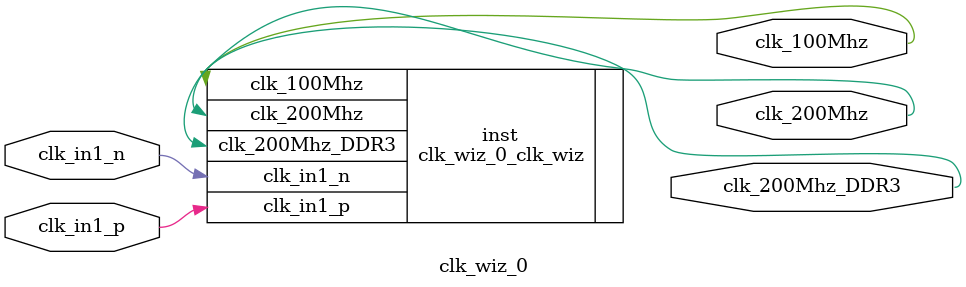
<source format=v>


`timescale 1ps/1ps

(* CORE_GENERATION_INFO = "clk_wiz_0,clk_wiz_v6_0_6_0_0,{component_name=clk_wiz_0,use_phase_alignment=true,use_min_o_jitter=false,use_max_i_jitter=false,use_dyn_phase_shift=false,use_inclk_switchover=false,use_dyn_reconfig=false,enable_axi=0,feedback_source=FDBK_AUTO,PRIMITIVE=MMCM,num_out_clk=3,clkin1_period=5.000,clkin2_period=10.0,use_power_down=false,use_reset=false,use_locked=false,use_inclk_stopped=false,feedback_type=SINGLE,CLOCK_MGR_TYPE=NA,manual_override=false}" *)

module clk_wiz_0 
 (
  // Clock out ports
  output        clk_200Mhz,
  output        clk_200Mhz_DDR3,
  output        clk_100Mhz,
 // Clock in ports
  input         clk_in1_p,
  input         clk_in1_n
 );

  clk_wiz_0_clk_wiz inst
  (
  // Clock out ports  
  .clk_200Mhz(clk_200Mhz),
  .clk_200Mhz_DDR3(clk_200Mhz_DDR3),
  .clk_100Mhz(clk_100Mhz),
 // Clock in ports
  .clk_in1_p(clk_in1_p),
  .clk_in1_n(clk_in1_n)
  );

endmodule

</source>
